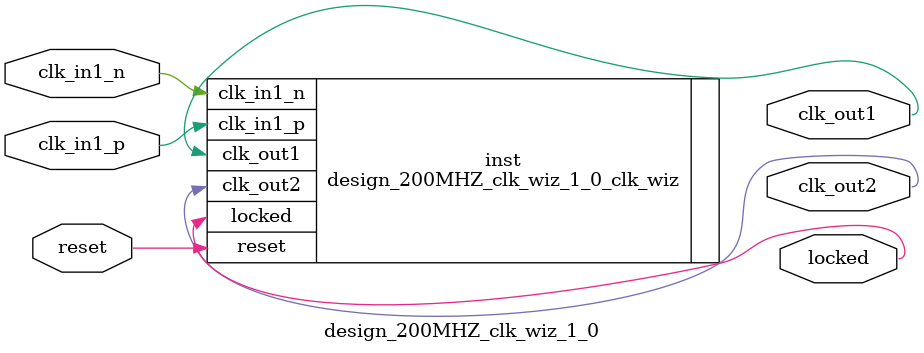
<source format=v>


`timescale 1ps/1ps

(* CORE_GENERATION_INFO = "design_200MHZ_clk_wiz_1_0,clk_wiz_v6_0_6_0_0,{component_name=design_200MHZ_clk_wiz_1_0,use_phase_alignment=true,use_min_o_jitter=false,use_max_i_jitter=false,use_dyn_phase_shift=false,use_inclk_switchover=false,use_dyn_reconfig=false,enable_axi=0,feedback_source=FDBK_AUTO,PRIMITIVE=MMCM,num_out_clk=2,clkin1_period=5.000,clkin2_period=10.0,use_power_down=false,use_reset=true,use_locked=true,use_inclk_stopped=false,feedback_type=SINGLE,CLOCK_MGR_TYPE=NA,manual_override=false}" *)

module design_200MHZ_clk_wiz_1_0 
 (
  // Clock out ports
  output        clk_out1,
  output        clk_out2,
  // Status and control signals
  input         reset,
  output        locked,
 // Clock in ports
  input         clk_in1_p,
  input         clk_in1_n
 );

  design_200MHZ_clk_wiz_1_0_clk_wiz inst
  (
  // Clock out ports  
  .clk_out1(clk_out1),
  .clk_out2(clk_out2),
  // Status and control signals               
  .reset(reset), 
  .locked(locked),
 // Clock in ports
  .clk_in1_p(clk_in1_p),
  .clk_in1_n(clk_in1_n)
  );

endmodule

</source>
